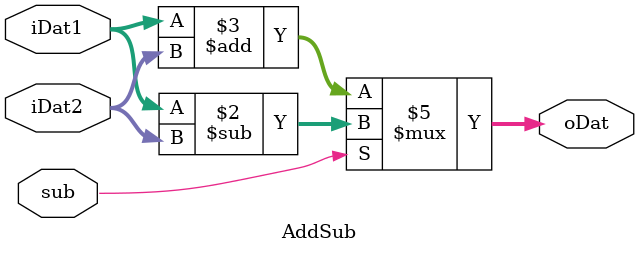
<source format=v>
module AddSub #(parameter width = 8)(
	input sub,
	input [width-1:0]iDat1,
	input [width-1:0]iDat2,
	output reg [width-1:0]oDat
);

	always@*
	begin
		if (sub)
			oDat = iDat1 - iDat2;
		else
			oDat = iDat1 + iDat2;
	end
	
endmodule 
</source>
